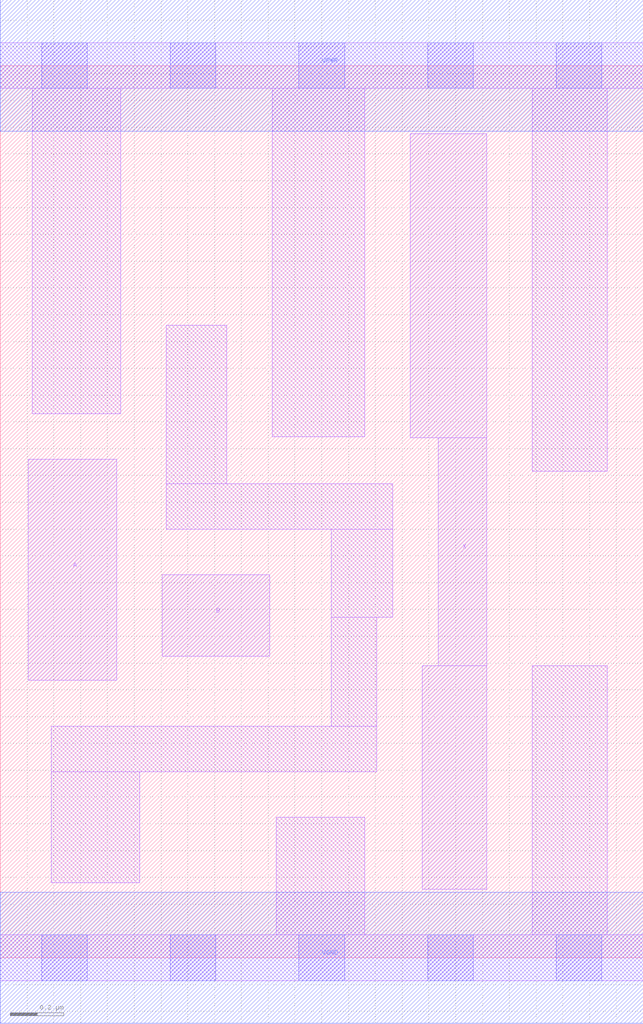
<source format=lef>
# Copyright 2020 The SkyWater PDK Authors
#
# Licensed under the Apache License, Version 2.0 (the "License");
# you may not use this file except in compliance with the License.
# You may obtain a copy of the License at
#
#     https://www.apache.org/licenses/LICENSE-2.0
#
# Unless required by applicable law or agreed to in writing, software
# distributed under the License is distributed on an "AS IS" BASIS,
# WITHOUT WARRANTIES OR CONDITIONS OF ANY KIND, either express or implied.
# See the License for the specific language governing permissions and
# limitations under the License.
#
# SPDX-License-Identifier: Apache-2.0

VERSION 5.7 ;
  NAMESCASESENSITIVE ON ;
  NOWIREEXTENSIONATPIN ON ;
  DIVIDERCHAR "/" ;
  BUSBITCHARS "[]" ;
UNITS
  DATABASE MICRONS 200 ;
END UNITS
MACRO sky130_fd_sc_lp__and2_2
  CLASS CORE ;
  SOURCE USER ;
  FOREIGN sky130_fd_sc_lp__and2_2 ;
  ORIGIN  0.000000  0.000000 ;
  SIZE  2.400000 BY  3.330000 ;
  SYMMETRY X Y R90 ;
  SITE unit ;
  PIN A
    ANTENNAGATEAREA  0.126000 ;
    DIRECTION INPUT ;
    USE SIGNAL ;
    PORT
      LAYER li1 ;
        RECT 0.105000 1.035000 0.435000 1.860000 ;
    END
  END A
  PIN B
    ANTENNAGATEAREA  0.126000 ;
    DIRECTION INPUT ;
    USE SIGNAL ;
    PORT
      LAYER li1 ;
        RECT 0.605000 1.125000 1.005000 1.430000 ;
    END
  END B
  PIN X
    ANTENNADIFFAREA  0.588000 ;
    DIRECTION OUTPUT ;
    USE SIGNAL ;
    PORT
      LAYER li1 ;
        RECT 1.530000 1.940000 1.815000 3.075000 ;
        RECT 1.575000 0.255000 1.815000 1.090000 ;
        RECT 1.635000 1.090000 1.815000 1.940000 ;
    END
  END X
  PIN VGND
    DIRECTION INOUT ;
    USE GROUND ;
    PORT
      LAYER met1 ;
        RECT 0.000000 -0.245000 2.400000 0.245000 ;
    END
  END VGND
  PIN VPWR
    DIRECTION INOUT ;
    USE POWER ;
    PORT
      LAYER met1 ;
        RECT 0.000000 3.085000 2.400000 3.575000 ;
    END
  END VPWR
  OBS
    LAYER li1 ;
      RECT 0.000000 -0.085000 2.400000 0.085000 ;
      RECT 0.000000  3.245000 2.400000 3.415000 ;
      RECT 0.120000  2.030000 0.450000 3.245000 ;
      RECT 0.190000  0.280000 0.520000 0.695000 ;
      RECT 0.190000  0.695000 1.405000 0.865000 ;
      RECT 0.620000  1.600000 1.465000 1.770000 ;
      RECT 0.620000  1.770000 0.845000 2.360000 ;
      RECT 1.015000  1.945000 1.360000 3.245000 ;
      RECT 1.030000  0.085000 1.360000 0.525000 ;
      RECT 1.235000  0.865000 1.405000 1.270000 ;
      RECT 1.235000  1.270000 1.465000 1.600000 ;
      RECT 1.985000  0.085000 2.265000 1.090000 ;
      RECT 1.985000  1.815000 2.265000 3.245000 ;
    LAYER mcon ;
      RECT 0.155000 -0.085000 0.325000 0.085000 ;
      RECT 0.155000  3.245000 0.325000 3.415000 ;
      RECT 0.635000 -0.085000 0.805000 0.085000 ;
      RECT 0.635000  3.245000 0.805000 3.415000 ;
      RECT 1.115000 -0.085000 1.285000 0.085000 ;
      RECT 1.115000  3.245000 1.285000 3.415000 ;
      RECT 1.595000 -0.085000 1.765000 0.085000 ;
      RECT 1.595000  3.245000 1.765000 3.415000 ;
      RECT 2.075000 -0.085000 2.245000 0.085000 ;
      RECT 2.075000  3.245000 2.245000 3.415000 ;
  END
END sky130_fd_sc_lp__and2_2

</source>
